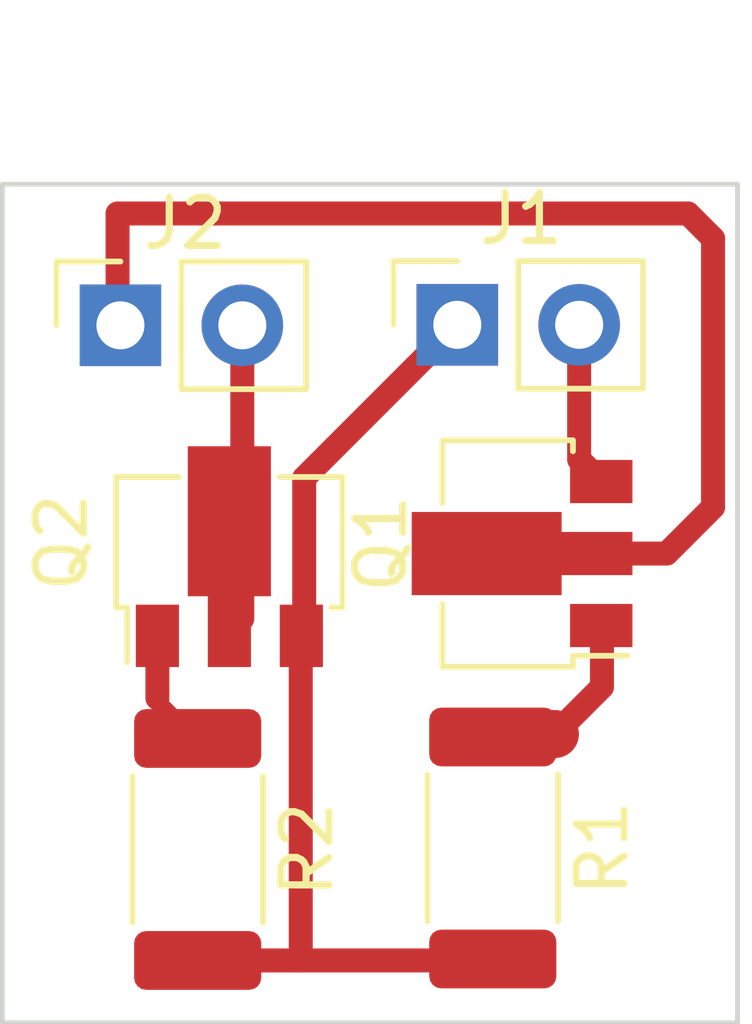
<source format=kicad_pcb>
(kicad_pcb (version 20211014) (generator pcbnew)
  (layers (0 "F.Cu" signal) (31 "B.Cu" signal) (34 "B.Paste" user) (35 "F.Paste" user) (36 "B.SilkS" user "B.Silkscreen") (37 "F.SilkS" user "F.Silkscreen") (38 "B.Mask" user) (39 "F.Mask" user) (44 "Edge.Cuts" user))
  (net 0 "")
  (net 1 "DTR")
  (net 2 "RTS")
  (net 3 "EN")
  (net 4 "IO0")
  (net 5 "Net-(R1-Pad1)")
  (net 6 "Net-(R2-Pad1)")
  (footprint "Connector_PinSocket_2.54mm:PinSocket_1x02_P2.54mm_Vertical" (layer "F.Cu") (at 20.92 20.73 90)
    (fp_text reference "J2" (at 2.12 1.35 180) (layer "F.SilkS"))
    (fp_text value "Conn_01x02_Male")
    (fp_line (start 0 -1.33) (end 1.33 -1.33) (layer "F.SilkS") (width 0.12))
    (fp_line (start -1.33 1.27) (end 1.33 1.27) (layer "F.SilkS") (width 0.12))
    (fp_line (start 1.33 -1.33) (end 1.33 0) (layer "F.SilkS") (width 0.12))
    (fp_line (start 1.33 1.27) (end 1.33 3.87) (layer "F.SilkS") (width 0.12))
    (fp_line (start -1.33 3.87) (end 1.33 3.87) (layer "F.SilkS") (width 0.12))
    (fp_line (start -1.33 1.27) (end -1.33 3.87) (layer "F.SilkS") (width 0.12))
    (pad "1" thru_hole rect (at 0 0 90) (size 1.7 1.7) (drill 1) (layers *.Cu *.Mask) (net 3 "EN"))
    (pad "2" thru_hole oval (at 0 2.54 90) (size 1.7 1.7) (drill 1) (layers *.Cu *.Mask) (net 4 "IO0"))
  )
  (footprint "Package_TO_SOT_SMD:SOT-89-3" (layer "F.Cu") (at 23.19 25.55 90)
    (fp_text reference "Q2" (at 0.3 -3.5 90) (layer "F.SilkS"))
    (fp_text value "BCV29")
    (fp_line (start -1.06 2.36) (end -1.06 2.13) (layer "F.SilkS") (width 0.12))
    (fp_line (start -1.06 -2.36) (end 1.66 -2.36) (layer "F.SilkS") (width 0.12))
    (fp_line (start 1.66 2.36) (end -1.06 2.36) (layer "F.SilkS") (width 0.12))
    (fp_line (start -1.06 -2.36) (end -1.06 -2.13) (layer "F.SilkS") (width 0.12))
    (fp_line (start 1.66 -2.36) (end 1.66 -1.05) (layer "F.SilkS") (width 0.12))
    (fp_line (start 1.66 1.05) (end 1.66 2.36) (layer "F.SilkS") (width 0.12))
    (fp_line (start -2.2 -2.13) (end -1.06 -2.13) (layer "F.SilkS") (width 0.12))
    (pad "1" smd rect (at -1.65 -1.5 90) (size 1.3 0.9) (layers "F.Cu" "F.Paste" "F.Mask") (net 6 "Net-(R2-Pad1)"))
    (pad "2" smd custom (at -1.5625 0 90) (size 1.475 0.9) (layers "F.Cu" "F.Paste" "F.Mask") (net 4 "IO0") (options (clearance outline) (anchor rect)) (primitives (gr_poly (pts (xy 3.8625 0.8665) (xy 0.7375 0.8665) (xy 0.7375 -0.8665) (xy 3.8625 -0.8665)) (width 0) (fill yes))))
    (pad "3" smd rect (at -1.65 1.5 90) (size 1.3 0.9) (layers "F.Cu" "F.Paste" "F.Mask") (net 1 "DTR"))
  )
  (footprint "Resistor_SMD:R_2010_5025Metric" (layer "F.Cu") (at 22.53 31.65 -90)
    (fp_text reference "R2" (at 0 -2.28 90) (layer "F.SilkS"))
    (fp_text value "3k")
    (fp_line (start -1.527064 -1.36) (end 1.527064 -1.36) (layer "F.SilkS") (width 0.12))
    (fp_line (start -1.527064 1.36) (end 1.527064 1.36) (layer "F.SilkS") (width 0.12))
    (pad "1" smd roundrect (at -2.3125 0 270) (size 1.225 2.65) (layers "F.Cu" "F.Paste" "F.Mask") (roundrect_rratio 0.204082) (net 6 "Net-(R2-Pad1)"))
    (pad "2" smd roundrect (at 2.3125 0 270) (size 1.225 2.65) (layers "F.Cu" "F.Paste" "F.Mask") (roundrect_rratio 0.204082) (net 1 "DTR"))
  )
  (footprint "Connector_PinSocket_2.54mm:PinSocket_1x02_P2.54mm_Vertical" (layer "F.Cu") (at 27.94 20.72 90)
    (fp_text reference "J1" (at 2.21 1.33 180) (layer "F.SilkS"))
    (fp_text value "Conn_01x02_Male")
    (fp_line (start 0 -1.33) (end 1.33 -1.33) (layer "F.SilkS") (width 0.12))
    (fp_line (start -1.33 1.27) (end 1.33 1.27) (layer "F.SilkS") (width 0.12))
    (fp_line (start 1.33 -1.33) (end 1.33 0) (layer "F.SilkS") (width 0.12))
    (fp_line (start -1.33 3.87) (end 1.33 3.87) (layer "F.SilkS") (width 0.12))
    (fp_line (start 1.33 1.27) (end 1.33 3.87) (layer "F.SilkS") (width 0.12))
    (fp_line (start -1.33 1.27) (end -1.33 3.87) (layer "F.SilkS") (width 0.12))
    (pad "1" thru_hole rect (at 0 0 90) (size 1.7 1.7) (drill 1) (layers *.Cu *.Mask) (net 1 "DTR"))
    (pad "2" thru_hole oval (at 0 2.54 90) (size 1.7 1.7) (drill 1) (layers *.Cu *.Mask) (net 2 "RTS"))
  )
  (footprint "Resistor_SMD:R_2010_5025Metric" (layer "F.Cu") (at 28.68 31.62 -90)
    (fp_text reference "R1" (at 0 -2.28 90) (layer "F.SilkS"))
    (fp_text value "3k")
    (fp_line (start -1.527064 1.36) (end 1.527064 1.36) (layer "F.SilkS") (width 0.12))
    (fp_line (start -1.527064 -1.36) (end 1.527064 -1.36) (layer "F.SilkS") (width 0.12))
    (pad "1" smd roundrect (at -2.3125 0 270) (size 1.225 2.65) (layers "F.Cu" "F.Paste" "F.Mask") (roundrect_rratio 0.204082) (net 5 "Net-(R1-Pad1)"))
    (pad "2" smd roundrect (at 2.3125 0 270) (size 1.225 2.65) (layers "F.Cu" "F.Paste" "F.Mask") (roundrect_rratio 0.204082) (net 1 "DTR"))
  )
  (footprint "Package_TO_SOT_SMD:SOT-89-3" (layer "F.Cu") (at 29.29 25.485 180)
    (fp_text reference "Q1" (at 2.94 0.205 90) (layer "F.SilkS"))
    (fp_text value "BCV29")
    (fp_line (start -2.2 -2.13) (end -1.06 -2.13) (layer "F.SilkS") (width 0.12))
    (fp_line (start -1.06 -2.36) (end -1.06 -2.13) (layer "F.SilkS") (width 0.12))
    (fp_line (start -1.06 -2.36) (end 1.66 -2.36) (layer "F.SilkS") (width 0.12))
    (fp_line (start 1.66 1.05) (end 1.66 2.36) (layer "F.SilkS") (width 0.12))
    (fp_line (start 1.66 -2.36) (end 1.66 -1.05) (layer "F.SilkS") (width 0.12))
    (fp_line (start -1.06 2.36) (end -1.06 2.13) (layer "F.SilkS") (width 0.12))
    (fp_line (start 1.66 2.36) (end -1.06 2.36) (layer "F.SilkS") (width 0.12))
    (pad "1" smd rect (at -1.65 -1.5 180) (size 1.3 0.9) (layers "F.Cu" "F.Paste" "F.Mask") (net 5 "Net-(R1-Pad1)"))
    (pad "2" smd custom (at -1.5625 0 180) (size 1.475 0.9) (layers "F.Cu" "F.Paste" "F.Mask") (net 3 "EN") (options (clearance outline) (anchor rect)) (primitives (gr_poly (pts (xy 3.8625 0.8665) (xy 0.7375 0.8665) (xy 0.7375 -0.8665) (xy 3.8625 -0.8665)) (width 0) (fill yes))))
    (pad "3" smd rect (at -1.65 1.5 180) (size 1.3 0.9) (layers "F.Cu" "F.Paste" "F.Mask") (net 2 "RTS"))
  )
  (gr_rect (start 18.46 17.79) (end 33.78 35.26) (layer "Edge.Cuts") (width 0.1) (fill none))
  (segment (start 24.6775 33.9625) (end 24.6775 27.2125) (width 0.5) (layer "F.Cu") (net 1))
  (segment (start 24.75 27.14) (end 24.75 23.91) (width 0.5) (layer "F.Cu") (net 1))
  (segment (start 22.53 33.9625) (end 24.6775 33.9625) (width 0.5) (layer "F.Cu") (net 1))
  (segment (start 24.6775 33.9625) (end 28.65 33.9625) (width 0.5) (layer "F.Cu") (net 1))
  (segment (start 28.65 33.9625) (end 28.68 33.9325) (width 0.25) (layer "F.Cu") (net 1))
  (segment (start 24.75 23.91) (end 27.94 20.72) (width 0.5) (layer "F.Cu") (net 1))
  (segment (start 24.6775 27.2125) (end 24.69 27.2) (width 0.25) (layer "F.Cu") (net 1))
  (segment (start 24.6775 27.2125) (end 24.75 27.14) (width 0.5) (layer "F.Cu") (net 1))
  (segment (start 30.48 20.72) (end 30.48 23.525) (width 0.5) (layer "F.Cu") (net 2))
  (segment (start 30.48 23.525) (end 30.94 23.985) (width 0.5) (layer "F.Cu") (net 2))
  (segment (start 33.27 18.92) (end 32.75 18.4) (width 0.5) (layer "F.Cu") (net 3))
  (segment (start 32.305 25.485) (end 33.27 24.52) (width 0.5) (layer "F.Cu") (net 3))
  (segment (start 32.75 18.4) (end 20.86 18.4) (width 0.5) (layer "F.Cu") (net 3))
  (segment (start 30.8525 25.485) (end 32.305 25.485) (width 0.5) (layer "F.Cu") (net 3))
  (segment (start 33.27 24.52) (end 33.27 18.92) (width 0.5) (layer "F.Cu") (net 3))
  (segment (start 20.86 18.4) (end 20.86 20.67) (width 0.5) (layer "F.Cu") (net 3))
  (segment (start 20.86 20.67) (end 20.92 20.73) (width 0.25) (layer "F.Cu") (net 3))
  (segment (start 23.46 26.8425) (end 23.19 27.1125) (width 0.25) (layer "F.Cu") (net 4))
  (segment (start 23.46 20.73) (end 23.46 26.8425) (width 0.5) (layer "F.Cu") (net 4))
  (segment (start 29.975 29.245) (end 30.955 28.265) (width 0.5) (layer "F.Cu") (net 5))
  (segment (start 28.68 29.245) (end 29.975 29.245) (width 1) (layer "F.Cu") (net 5))
  (segment (start 28.68 29.3075) (end 28.68 29.245) (width 0.25) (layer "F.Cu") (net 5))
  (segment (start 30.955 28.265) (end 30.955 26.97) (width 0.5) (layer "F.Cu") (net 5))
  (segment (start 21.69 28.4975) (end 21.69 27.2) (width 0.5) (layer "F.Cu") (net 6))
  (segment (start 22.53 29.3375) (end 21.69 28.4975) (width 0.25) (layer "F.Cu") (net 6))
)
</source>
